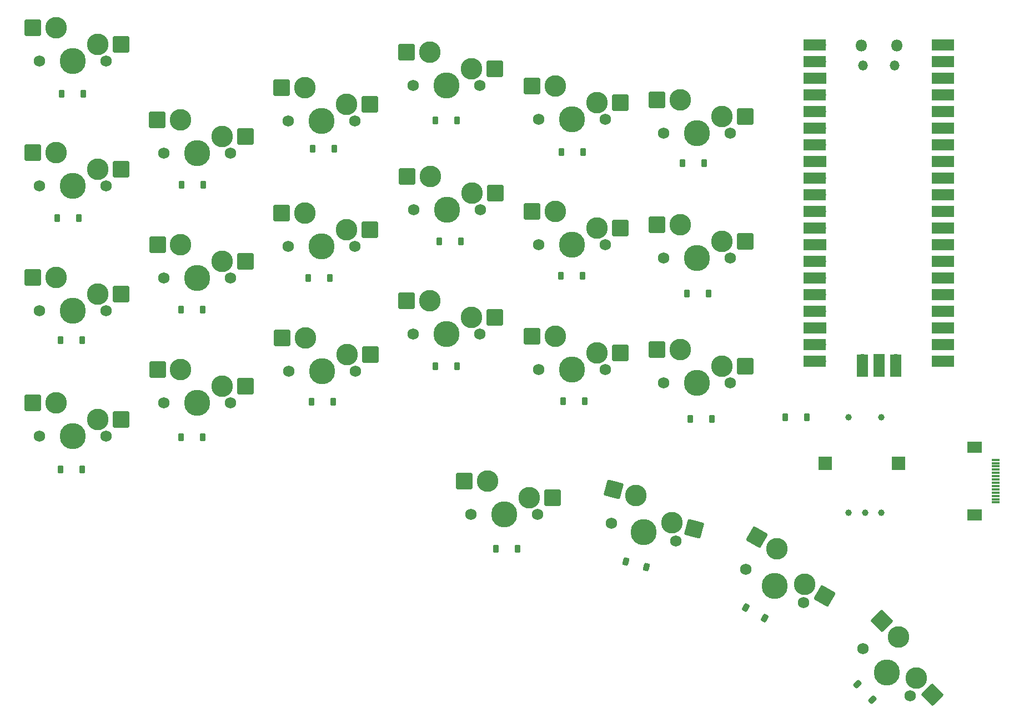
<source format=gts>
G04 #@! TF.GenerationSoftware,KiCad,Pcbnew,7.0.10-7.0.10~ubuntu23.10.1*
G04 #@! TF.CreationDate,2024-01-07T16:56:53-05:00*
G04 #@! TF.ProjectId,design,64657369-676e-42e6-9b69-6361645f7063,rev?*
G04 #@! TF.SameCoordinates,Original*
G04 #@! TF.FileFunction,Soldermask,Top*
G04 #@! TF.FilePolarity,Negative*
%FSLAX46Y46*%
G04 Gerber Fmt 4.6, Leading zero omitted, Abs format (unit mm)*
G04 Created by KiCad (PCBNEW 7.0.10-7.0.10~ubuntu23.10.1) date 2024-01-07 16:56:53*
%MOMM*%
%LPD*%
G01*
G04 APERTURE LIST*
G04 Aperture macros list*
%AMRoundRect*
0 Rectangle with rounded corners*
0 $1 Rounding radius*
0 $2 $3 $4 $5 $6 $7 $8 $9 X,Y pos of 4 corners*
0 Add a 4 corners polygon primitive as box body*
4,1,4,$2,$3,$4,$5,$6,$7,$8,$9,$2,$3,0*
0 Add four circle primitives for the rounded corners*
1,1,$1+$1,$2,$3*
1,1,$1+$1,$4,$5*
1,1,$1+$1,$6,$7*
1,1,$1+$1,$8,$9*
0 Add four rect primitives between the rounded corners*
20,1,$1+$1,$2,$3,$4,$5,0*
20,1,$1+$1,$4,$5,$6,$7,0*
20,1,$1+$1,$6,$7,$8,$9,0*
20,1,$1+$1,$8,$9,$2,$3,0*%
G04 Aperture macros list end*
%ADD10C,1.750000*%
%ADD11C,3.987800*%
%ADD12C,3.300000*%
%ADD13RoundRect,0.250000X-1.248893X-0.700636X0.731255X-1.231215X1.248893X0.700636X-0.731255X1.231215X0*%
%ADD14RoundRect,0.225000X-0.225000X-0.375000X0.225000X-0.375000X0.225000X0.375000X-0.225000X0.375000X0*%
%ADD15RoundRect,0.250000X-1.025000X-1.000000X1.025000X-1.000000X1.025000X1.000000X-1.025000X1.000000X0*%
%ADD16RoundRect,0.225000X-0.382356X-0.212260X0.007356X-0.437260X0.382356X0.212260X-0.007356X0.437260X0*%
%ADD17RoundRect,0.225000X-0.424264X-0.106066X-0.106066X-0.424264X0.424264X0.106066X0.106066X0.424264X0*%
%ADD18R,2.200000X1.800000*%
%ADD19R,1.300000X0.300000*%
%ADD20O,1.800000X1.800000*%
%ADD21O,1.500000X1.500000*%
%ADD22O,1.700000X1.700000*%
%ADD23R,3.500000X1.700000*%
%ADD24R,1.700000X1.700000*%
%ADD25R,1.700000X3.500000*%
%ADD26RoundRect,0.225000X-0.314390X-0.303988X0.120276X-0.420456X0.314390X0.303988X-0.120276X0.420456X0*%
%ADD27RoundRect,0.250000X-1.387676X-0.353525X0.387676X-1.378525X1.387676X0.353525X-0.387676X1.378525X0*%
%ADD28C,1.000000*%
%ADD29R,2.000000X2.100000*%
%ADD30RoundRect,0.250000X-1.431891X0.017678X0.017678X-1.431891X1.431891X-0.017678X-0.017678X1.431891X0*%
G04 APERTURE END LIST*
D10*
X131686194Y-120270398D03*
D11*
X136593097Y-121585199D03*
D10*
X141500000Y-122900000D03*
D12*
X140930675Y-120117848D03*
D13*
X144359711Y-121036656D03*
X132025409Y-115102088D03*
D12*
X135454446Y-116020895D03*
D14*
X66100000Y-107100000D03*
X69400000Y-107100000D03*
D10*
X101540000Y-72400000D03*
D11*
X106620000Y-72400000D03*
D10*
X111700000Y-72400000D03*
D12*
X110430000Y-69860000D03*
D15*
X113980000Y-69860000D03*
X100530000Y-67320000D03*
D12*
X104080000Y-67320000D03*
D14*
X86150000Y-63100000D03*
X89450000Y-63100000D03*
X124000000Y-82500000D03*
X127300000Y-82500000D03*
D10*
X110320000Y-118900000D03*
D11*
X115400000Y-118900000D03*
D10*
X120480000Y-118900000D03*
D12*
X119210000Y-116360000D03*
D15*
X122760000Y-116360000D03*
X109310000Y-113820000D03*
D12*
X112860000Y-113820000D03*
D14*
X47700000Y-92300000D03*
X51000000Y-92300000D03*
X86000000Y-101700000D03*
X89300000Y-101700000D03*
D10*
X63510000Y-82800000D03*
D11*
X68590000Y-82800000D03*
D10*
X73670000Y-82800000D03*
D12*
X72400000Y-80260000D03*
D15*
X75950000Y-80260000D03*
X62500000Y-77720000D03*
D12*
X66050000Y-77720000D03*
D10*
X82460000Y-58840000D03*
D11*
X87540000Y-58840000D03*
D10*
X92620000Y-58840000D03*
D12*
X91350000Y-56300000D03*
D15*
X94900000Y-56300000D03*
X81450000Y-53760000D03*
D12*
X85000000Y-53760000D03*
D16*
X152221058Y-133075000D03*
X155078942Y-134725000D03*
D14*
X66100000Y-87600000D03*
X69400000Y-87600000D03*
X47700000Y-112000000D03*
X51000000Y-112000000D03*
X158200000Y-104100000D03*
X161500000Y-104100000D03*
D10*
X82460000Y-77940000D03*
D11*
X87540000Y-77940000D03*
D10*
X92620000Y-77940000D03*
D12*
X91350000Y-75400000D03*
D15*
X94900000Y-75400000D03*
X81450000Y-72860000D03*
D12*
X85000000Y-72860000D03*
D14*
X105500000Y-77200000D03*
X108800000Y-77200000D03*
X66150000Y-68600000D03*
X69450000Y-68600000D03*
D10*
X139640000Y-79800000D03*
D11*
X144720000Y-79800000D03*
D10*
X149800000Y-79800000D03*
D12*
X148530000Y-77260000D03*
D15*
X152080000Y-77260000D03*
X138630000Y-74720000D03*
D12*
X142180000Y-74720000D03*
D14*
X124350000Y-101600000D03*
X127650000Y-101600000D03*
D10*
X120600000Y-96800000D03*
D11*
X125680000Y-96800000D03*
D10*
X130760000Y-96800000D03*
D12*
X129490000Y-94260000D03*
D15*
X133040000Y-94260000D03*
X119590000Y-91720000D03*
D12*
X123140000Y-91720000D03*
D10*
X82520000Y-97000000D03*
D11*
X87600000Y-97000000D03*
D10*
X92680000Y-97000000D03*
D12*
X91410000Y-94460000D03*
D15*
X94960000Y-94460000D03*
X81510000Y-91920000D03*
D12*
X85060000Y-91920000D03*
D17*
X169200000Y-144800000D03*
X171533452Y-147133452D03*
D10*
X139640000Y-60700000D03*
D11*
X144720000Y-60700000D03*
D10*
X149800000Y-60700000D03*
D12*
X148530000Y-58160000D03*
D15*
X152080000Y-58160000D03*
X138630000Y-55620000D03*
D12*
X142180000Y-55620000D03*
D14*
X104900000Y-58800000D03*
X108200000Y-58800000D03*
X143200000Y-85200000D03*
X146500000Y-85200000D03*
D10*
X44500000Y-87800000D03*
D11*
X49580000Y-87800000D03*
D10*
X54660000Y-87800000D03*
D12*
X53390000Y-85260000D03*
D15*
X56940000Y-85260000D03*
X43490000Y-82720000D03*
D12*
X47040000Y-82720000D03*
D14*
X142550000Y-65300000D03*
X145850000Y-65300000D03*
D10*
X120600000Y-58600000D03*
D11*
X125680000Y-58600000D03*
D10*
X130760000Y-58600000D03*
D12*
X129490000Y-56060000D03*
D15*
X133040000Y-56060000D03*
X119590000Y-53520000D03*
D12*
X123140000Y-53520000D03*
D14*
X104900000Y-96300000D03*
X108200000Y-96300000D03*
D10*
X44500000Y-49700000D03*
D11*
X49580000Y-49700000D03*
D10*
X54660000Y-49700000D03*
D12*
X53390000Y-47160000D03*
D15*
X56940000Y-47160000D03*
X43490000Y-44620000D03*
D12*
X47040000Y-44620000D03*
D18*
X187049993Y-118950001D03*
X187049993Y-108650001D03*
D19*
X190299994Y-117050002D03*
X190299994Y-116550001D03*
X190299994Y-116050002D03*
X190299994Y-115550000D03*
X190299994Y-115050001D03*
X190299994Y-114550002D03*
X190299994Y-114050000D03*
X190299994Y-113550001D03*
X190299994Y-113050000D03*
X190299994Y-112550001D03*
X190299994Y-112050002D03*
X190299994Y-111550000D03*
X190299994Y-111050001D03*
X190299994Y-110550000D03*
D14*
X143700000Y-104300000D03*
X147000000Y-104300000D03*
D20*
X169775000Y-47355000D03*
D21*
X170075000Y-50385000D03*
X174925000Y-50385000D03*
D20*
X175225000Y-47355000D03*
D22*
X163610000Y-47225000D03*
D23*
X162710000Y-47225000D03*
D22*
X163610000Y-49765000D03*
D23*
X162710000Y-49765000D03*
D24*
X163610000Y-52305000D03*
D23*
X162710000Y-52305000D03*
D22*
X163610000Y-54845000D03*
D23*
X162710000Y-54845000D03*
D22*
X163610000Y-57385000D03*
D23*
X162710000Y-57385000D03*
D22*
X163610000Y-59925000D03*
D23*
X162710000Y-59925000D03*
D22*
X163610000Y-62465000D03*
D23*
X162710000Y-62465000D03*
D24*
X163610000Y-65005000D03*
D23*
X162710000Y-65005000D03*
D22*
X163610000Y-67545000D03*
D23*
X162710000Y-67545000D03*
D22*
X163610000Y-70085000D03*
D23*
X162710000Y-70085000D03*
D22*
X163610000Y-72625000D03*
D23*
X162710000Y-72625000D03*
D22*
X163610000Y-75165000D03*
D23*
X162710000Y-75165000D03*
D24*
X163610000Y-77705000D03*
D23*
X162710000Y-77705000D03*
D22*
X163610000Y-80245000D03*
D23*
X162710000Y-80245000D03*
D22*
X163610000Y-82785000D03*
D23*
X162710000Y-82785000D03*
D22*
X163610000Y-85325000D03*
D23*
X162710000Y-85325000D03*
D22*
X163610000Y-87865000D03*
D23*
X162710000Y-87865000D03*
D24*
X163610000Y-90405000D03*
D23*
X162710000Y-90405000D03*
D22*
X163610000Y-92945000D03*
D23*
X162710000Y-92945000D03*
D22*
X163610000Y-95485000D03*
D23*
X162710000Y-95485000D03*
D22*
X181390000Y-95485000D03*
D23*
X182290000Y-95485000D03*
D22*
X181390000Y-92945000D03*
D23*
X182290000Y-92945000D03*
D24*
X181390000Y-90405000D03*
D23*
X182290000Y-90405000D03*
D22*
X181390000Y-87865000D03*
D23*
X182290000Y-87865000D03*
D22*
X181390000Y-85325000D03*
D23*
X182290000Y-85325000D03*
D22*
X181390000Y-82785000D03*
D23*
X182290000Y-82785000D03*
D22*
X181390000Y-80245000D03*
D23*
X182290000Y-80245000D03*
D24*
X181390000Y-77705000D03*
D23*
X182290000Y-77705000D03*
D22*
X181390000Y-75165000D03*
D23*
X182290000Y-75165000D03*
D22*
X181390000Y-72625000D03*
D23*
X182290000Y-72625000D03*
D22*
X181390000Y-70085000D03*
D23*
X182290000Y-70085000D03*
D22*
X181390000Y-67545000D03*
D23*
X182290000Y-67545000D03*
D24*
X181390000Y-65005000D03*
D23*
X182290000Y-65005000D03*
D22*
X181390000Y-62465000D03*
D23*
X182290000Y-62465000D03*
D22*
X181390000Y-59925000D03*
D23*
X182290000Y-59925000D03*
D22*
X181390000Y-57385000D03*
D23*
X182290000Y-57385000D03*
D22*
X181390000Y-54845000D03*
D23*
X182290000Y-54845000D03*
D24*
X181390000Y-52305000D03*
D23*
X182290000Y-52305000D03*
D22*
X181390000Y-49765000D03*
D23*
X182290000Y-49765000D03*
D22*
X181390000Y-47225000D03*
D23*
X182290000Y-47225000D03*
D22*
X169960000Y-95255000D03*
D25*
X169960000Y-96155000D03*
D24*
X172500000Y-95255000D03*
D25*
X172500000Y-96155000D03*
D22*
X175040000Y-95255000D03*
D25*
X175040000Y-96155000D03*
D10*
X44520000Y-106900000D03*
D11*
X49600000Y-106900000D03*
D10*
X54680000Y-106900000D03*
D12*
X53410000Y-104360000D03*
D15*
X56960000Y-104360000D03*
X43510000Y-101820000D03*
D12*
X47060000Y-101820000D03*
D10*
X63500000Y-63800000D03*
D11*
X68580000Y-63800000D03*
D10*
X73660000Y-63800000D03*
D12*
X72390000Y-61260000D03*
D15*
X75940000Y-61260000D03*
X62490000Y-58720000D03*
D12*
X66040000Y-58720000D03*
D14*
X47900000Y-54700000D03*
X51200000Y-54700000D03*
D10*
X101520000Y-53400000D03*
D11*
X106600000Y-53400000D03*
D10*
X111680000Y-53400000D03*
D12*
X110410000Y-50860000D03*
D15*
X113960000Y-50860000D03*
X100510000Y-48320000D03*
D12*
X104060000Y-48320000D03*
D10*
X63510000Y-101880000D03*
D11*
X68590000Y-101880000D03*
D10*
X73670000Y-101880000D03*
D12*
X72400000Y-99340000D03*
D15*
X75950000Y-99340000D03*
X62500000Y-96800000D03*
D12*
X66050000Y-96800000D03*
D26*
X133900000Y-126100000D03*
X137087556Y-126954102D03*
D10*
X152200591Y-127260000D03*
D11*
X156600000Y-129800000D03*
D10*
X160999409Y-132340000D03*
D12*
X161169557Y-129505295D03*
D27*
X164243947Y-131280295D03*
X153865905Y-122355591D03*
D12*
X156940295Y-124130591D03*
D10*
X120620000Y-77700000D03*
D11*
X125700000Y-77700000D03*
D10*
X130780000Y-77700000D03*
D12*
X129510000Y-75160000D03*
D15*
X133060000Y-75160000D03*
X119610000Y-72620000D03*
D12*
X123160000Y-72620000D03*
D28*
X167900000Y-118600000D03*
X170400000Y-118600000D03*
X172900000Y-118600000D03*
D29*
X164300000Y-111100000D03*
X175500000Y-111100000D03*
D28*
X167900000Y-104100000D03*
X172900000Y-104100000D03*
D10*
X170100000Y-139400000D03*
D11*
X173692102Y-142992102D03*
D10*
X177284204Y-146584204D03*
D12*
X178182230Y-143890128D03*
D30*
X180692459Y-146400357D03*
X172977924Y-135093719D03*
D12*
X175488153Y-137603948D03*
D14*
X85500000Y-82800000D03*
X88800000Y-82800000D03*
D10*
X139640000Y-98800000D03*
D11*
X144720000Y-98800000D03*
D10*
X149800000Y-98800000D03*
D12*
X148530000Y-96260000D03*
D15*
X152080000Y-96260000D03*
X138630000Y-93720000D03*
D12*
X142180000Y-93720000D03*
D14*
X124100000Y-63600000D03*
X127400000Y-63600000D03*
D10*
X44500000Y-68740000D03*
D11*
X49580000Y-68740000D03*
D10*
X54660000Y-68740000D03*
D12*
X53390000Y-66200000D03*
D15*
X56940000Y-66200000D03*
X43490000Y-63660000D03*
D12*
X47040000Y-63660000D03*
D10*
X101500000Y-91400000D03*
D11*
X106580000Y-91400000D03*
D10*
X111660000Y-91400000D03*
D12*
X110390000Y-88860000D03*
D15*
X113940000Y-88860000D03*
X100490000Y-86320000D03*
D12*
X104040000Y-86320000D03*
D14*
X114100000Y-124100000D03*
X117400000Y-124100000D03*
X47200000Y-73700000D03*
X50500000Y-73700000D03*
M02*

</source>
